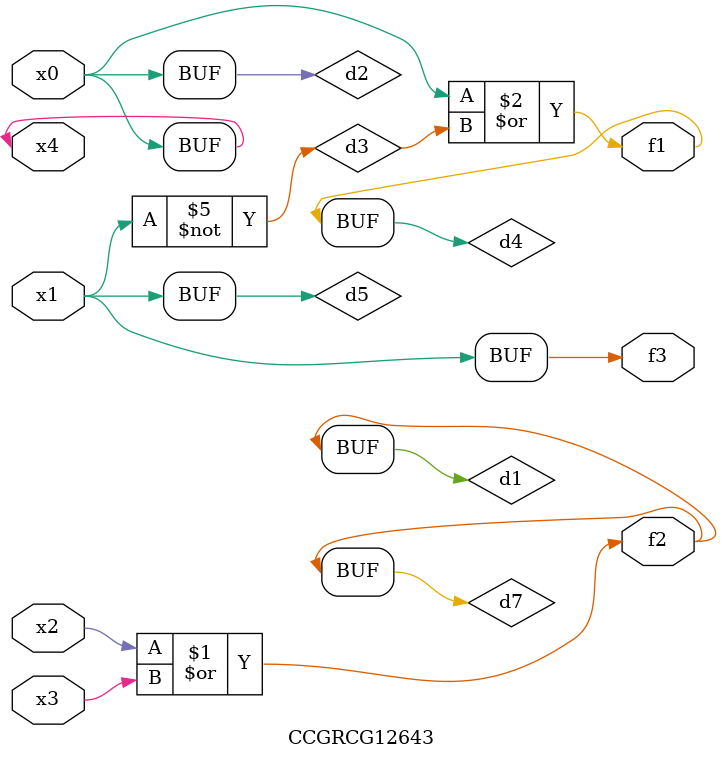
<source format=v>
module CCGRCG12643(
	input x0, x1, x2, x3, x4,
	output f1, f2, f3
);

	wire d1, d2, d3, d4, d5, d6, d7;

	or (d1, x2, x3);
	buf (d2, x0, x4);
	not (d3, x1);
	or (d4, d2, d3);
	not (d5, d3);
	nand (d6, d1, d3);
	or (d7, d1);
	assign f1 = d4;
	assign f2 = d7;
	assign f3 = d5;
endmodule

</source>
